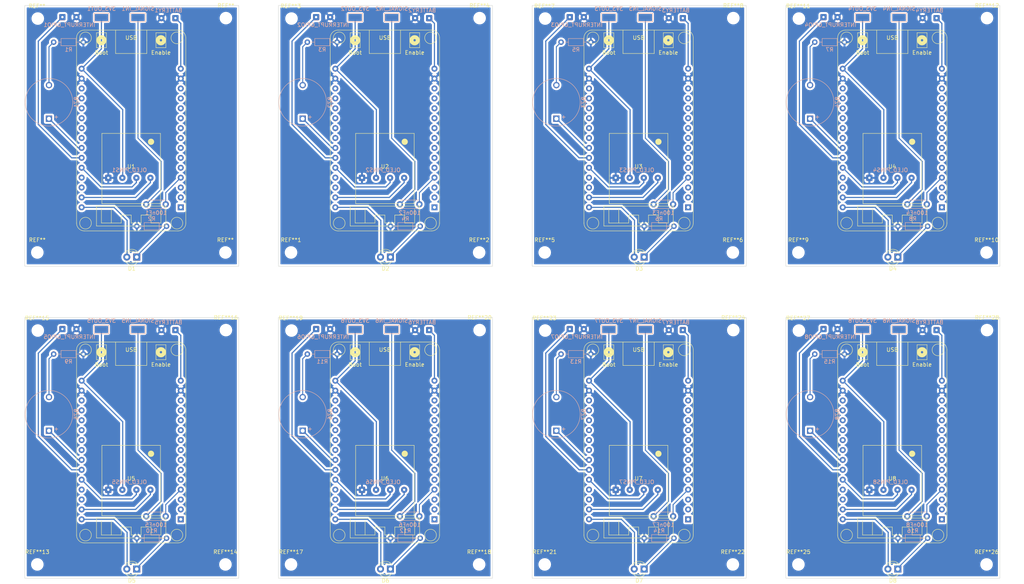
<source format=kicad_pcb>
(kicad_pcb (version 20211014) (generator pcbnew)
  (layers (0 "F.Cu" signal) (31 "B.Cu" signal) (34 "B.Paste" user) (35 "F.Paste" user) (36 "B.SilkS" user "B.Silkscreen") (37 "F.SilkS" user "F.Silkscreen") (38 "B.Mask" user) (39 "F.Mask" user) (44 "Edge.Cuts" user))
  (net 0 "")
  (net 1 "Net-(3V3_OUT1-Pad1)")
  (net 2 "Net-(BZ1-Pad2)")
  (net 3 "Net-(BZ1-Pad1)")
  (net 10 "Net-(100nF1-Pad1)")
  (net 17 "GND")
  (net 23 "Net-(D1-Pad1)")
  (net 24 "Net-(D1-Pad2)")
  (net 26 "Net-(INTERRUPT_GPIO1-Pad1)")
  (net 27 "Net-(OLED_PINS1-Pad3)")
  (net 28 "Net-(OLED_PINS1-Pad4)")
  (net 30 "Net-(BATTERY1-Pad1)")
  (net 32 "Net-(100nF1-Pad2)")
  (footprint "MountingHole:MountingHole_2.2mm_M2" (layer "F.Cu") (at 27.144449 159.467795)
    (fp_text reference "REF**13")
    (fp_text value "MountingHole_2.2mm_M2")
  )
  (footprint "MountingHole:MountingHole_2.2mm_M2" (layer "F.Cu") (at 270.463158 99.376571)
    (fp_text reference "REF**28")
    (fp_text value "MountingHole_2.2mm_M2")
  )
  (footprint "LED_THT:LED_D3.0mm_Clear" (layer "F.Cu") (at 117.615984 160.646062 180)
    (fp_text reference "D6")
    (fp_text value "EMITTER")
  )
  (footprint "MountingHole:MountingHole_2.2mm_M2" (layer "F.Cu") (at 222.065098 19.502161)
    (fp_text reference "REF**11")
    (fp_text value "MountingHole_2.2mm_M2")
  )
  (footprint "MountingHole:MountingHole_2.2mm_M2" (layer "F.Cu") (at 270.344643 79.467795)
    (fp_text reference "REF**10")
    (fp_text value "MountingHole_2.2mm_M2")
  )
  (footprint "MountingHole:MountingHole_2.2mm_M2" (layer "F.Cu") (at 140.344643 159.467795)
    (fp_text reference "REF**18")
    (fp_text value "MountingHole_2.2mm_M2")
  )
  (footprint "MountingHole:MountingHole_2.2mm_M2" (layer "F.Cu") (at 92.065098 99.502161)
    (fp_text reference "REF**19")
    (fp_text value "MountingHole_2.2mm_M2")
  )
  (footprint "MountingHole:MountingHole_2.2mm_M2" (layer "F.Cu") (at 140.463158 19.376571)
    (fp_text reference "REF**4")
    (fp_text value "MountingHole_2.2mm_M2")
  )
  (footprint "LED_THT:LED_D3.0mm_Clear" (layer "F.Cu") (at 182.615984 160.646062 180)
    (fp_text reference "D7")
    (fp_text value "EMITTER")
  )
  (footprint "LED_THT:LED_D3.0mm_Clear" (layer "F.Cu") (at 52.615984 160.646062 180)
    (fp_text reference "D5")
    (fp_text value "EMITTER")
  )
  (footprint "MountingHole:MountingHole_2.2mm_M2" (layer "F.Cu") (at 75.463158 99.376571)
    (fp_text reference "REF**16")
    (fp_text value "MountingHole_2.2mm_M2")
  )
  (footprint "MountingHole:MountingHole_2.2mm_M2" (layer "F.Cu") (at 92.144449 79.467795)
    (fp_text reference "REF**1")
    (fp_text value "MountingHole_2.2mm_M2")
  )
  (footprint "MountingHole:MountingHole_2.2mm_M2" (layer "F.Cu") (at 157.065098 99.502161)
    (fp_text reference "REF**23")
    (fp_text value "MountingHole_2.2mm_M2")
  )
  (footprint "MountingHole:MountingHole_2.2mm_M2" (layer "F.Cu") (at 27.144449 79.467795)
    (fp_text reference "REF**")
    (fp_text value "MountingHole_2.2mm_M2")
  )
  (footprint "MountingHole:MountingHole_2.2mm_M2" (layer "F.Cu") (at 222.065098 99.502161)
    (fp_text reference "REF**27")
    (fp_text value "MountingHole_2.2mm_M2")
  )
  (footprint "MountingHole:MountingHole_2.2mm_M2" (layer "F.Cu") (at 75.344643 79.467795)
    (fp_text reference "REF**")
    (fp_text value "MountingHole_2.2mm_M2")
  )
  (footprint "MountingHole:MountingHole_2.2mm_M2" (layer "F.Cu") (at 205.344643 159.467795)
    (fp_text reference "REF**22")
    (fp_text value "MountingHole_2.2mm_M2")
  )
  (footprint "esp32_devkit_v1_doit:esp32_devkit_v1_doit" (layer "F.Cu") (at 181.195535 67.902216 180)
    (fp_text reference "U3")
    (fp_text value "ESP32_DevKit_V1_DOIT")
  )
  (footprint "MountingHole:MountingHole_2.2mm_M2" (layer "F.Cu") (at 157.065098 19.502161)
    (fp_text reference "REF**7")
    (fp_text value "MountingHole_2.2mm_M2")
  )
  (footprint "MountingHole:MountingHole_2.2mm_M2" (layer "F.Cu") (at 75.344643 159.467795)
    (fp_text reference "REF**14")
    (fp_text value "MountingHole_2.2mm_M2")
  )
  (footprint "MountingHole:MountingHole_2.2mm_M2" (layer "F.Cu") (at 222.144449 159.467795)
    (fp_text reference "REF**25")
    (fp_text value "MountingHole_2.2mm_M2")
  )
  (footprint "esp32_devkit_v1_doit:esp32_devkit_v1_doit" (layer "F.Cu") (at 116.195535 147.902216 180)
    (fp_text reference "U6")
    (fp_text value "ESP32_DevKit_V1_DOIT")
  )
  (footprint "esp32_devkit_v1_doit:esp32_devkit_v1_doit" (layer "F.Cu") (at 181.195535 147.902216 180)
    (fp_text reference "U7")
    (fp_text value "ESP32_DevKit_V1_DOIT")
  )
  (footprint "MountingHole:MountingHole_2.2mm_M2" (layer "F.Cu") (at 27.065098 19.502161)
    (fp_text reference "REF**")
    (fp_text value "MountingHole_2.2mm_M2")
  )
  (footprint "MountingHole:MountingHole_2.2mm_M2" (layer "F.Cu") (at 75.463158 19.376571)
    (fp_text reference "REF**")
    (fp_text value "MountingHole_2.2mm_M2")
  )
  (footprint "MountingHole:MountingHole_2.2mm_M2" (layer "F.Cu") (at 205.344643 79.467795)
    (fp_text reference "REF**6")
    (fp_text value "MountingHole_2.2mm_M2")
  )
  (footprint "MountingHole:MountingHole_2.2mm_M2" (layer "F.Cu") (at 205.463158 19.376571)
    (fp_text reference "REF**8")
    (fp_text value "MountingHole_2.2mm_M2")
  )
  (footprint "esp32_devkit_v1_doit:esp32_devkit_v1_doit" (layer "F.Cu") (at 246.195535 147.902216 180)
    (fp_text reference "U8")
    (fp_text value "ESP32_DevKit_V1_DOIT")
  )
  (footprint "MountingHole:MountingHole_2.2mm_M2" (layer "F.Cu") (at 92.065098 19.502161)
    (fp_text reference "REF**3")
    (fp_text value "MountingHole_2.2mm_M2")
  )
  (footprint "esp32_devkit_v1_doit:esp32_devkit_v1_doit" (layer "F.Cu") (at 51.195535 67.902216 180)
    (fp_text reference "U1")
    (fp_text value "ESP32_DevKit_V1_DOIT")
  )
  (footprint "MountingHole:MountingHole_2.2mm_M2" (layer "F.Cu") (at 140.463158 99.376571)
    (fp_text reference "REF**20")
    (fp_text value "MountingHole_2.2mm_M2")
  )
  (footprint "LED_THT:LED_D3.0mm_Clear" (layer "F.Cu") (at 52.615984 80.646062 180)
    (fp_text reference "D1")
    (fp_text value "EMITTER")
  )
  (footprint "MountingHole:MountingHole_2.2mm_M2" (layer "F.Cu") (at 92.144449 159.467795)
    (fp_text reference "REF**17")
    (fp_text value "MountingHole_2.2mm_M2")
  )
  (footprint "MountingHole:MountingHole_2.2mm_M2" (layer "F.Cu") (at 205.463158 99.376571)
    (fp_text reference "REF**24")
    (fp_text value "MountingHole_2.2mm_M2")
  )
  (footprint "MountingHole:MountingHole_2.2mm_M2" (layer "F.Cu") (at 157.144449 159.467795)
    (fp_text reference "REF**21")
    (fp_text value "MountingHole_2.2mm_M2")
  )
  (footprint "MountingHole:MountingHole_2.2mm_M2" (layer "F.Cu") (at 222.144449 79.467795)
    (fp_text reference "REF**9")
    (fp_text value "MountingHole_2.2mm_M2")
  )
  (footprint "MountingHole:MountingHole_2.2mm_M2" (layer "F.Cu") (at 157.144449 79.467795)
    (fp_text reference "REF**5")
    (fp_text value "MountingHole_2.2mm_M2")
  )
  (footprint "LED_THT:LED_D3.0mm_Clear" (layer "F.Cu") (at 117.615984 80.646062 180)
    (fp_text reference "D2")
    (fp_text value "EMITTER")
  )
  (footprint "MountingHole:MountingHole_2.2mm_M2" (layer "F.Cu") (at 27.065098 99.502161)
    (fp_text reference "REF**15")
    (fp_text value "MountingHole_2.2mm_M2")
  )
  (footprint "esp32_devkit_v1_doit:esp32_devkit_v1_doit" (layer "F.Cu") (at 51.195535 147.902216 180)
    (fp_text reference "U5")
    (fp_text value "ESP32_DevKit_V1_DOIT")
  )
  (footprint "LED_THT:LED_D3.0mm_Clear" (layer "F.Cu") (at 247.615984 160.646062 180)
    (fp_text reference "D8")
    (fp_text value "EMITTER")
  )
  (footprint "MountingHole:MountingHole_2.2mm_M2" (layer "F.Cu") (at 270.344643 159.467795)
    (fp_text reference "REF**26")
    (fp_text value "MountingHole_2.2mm_M2")
  )
  (footprint "LED_THT:LED_D3.0mm_Clear" (layer "F.Cu") (at 247.615984 80.646062 180)
    (fp_text reference "D4")
    (fp_text value "EMITTER")
  )
  (footprint "LED_THT:LED_D3.0mm_Clear" (layer "F.Cu") (at 182.615984 80.646062 180)
    (fp_text reference "D3")
    (fp_text value "EMITTER")
  )
  (footprint "esp32_devkit_v1_doit:esp32_devkit_v1_doit" (layer "F.Cu") (at 116.195535 67.902216 180)
    (fp_text reference "U2")
    (fp_text value "ESP32_DevKit_V1_DOIT")
  )
  (footprint "esp32_devkit_v1_doit:esp32_devkit_v1_doit" (layer "F.Cu") (at 246.195535 67.902216 180)
    (fp_text reference "U4")
    (fp_text value "ESP32_DevKit_V1_DOIT")
  )
  (footprint "MountingHole:MountingHole_2.2mm_M2" (layer "F.Cu") (at 140.344643 79.467795)
    (fp_text reference "REF**2")
    (fp_text value "MountingHole_2.2mm_M2")
  )
  (footprint "MountingHole:MountingHole_2.2mm_M2" (layer "F.Cu") (at 270.463158 19.376571)
    (fp_text reference "REF**12")
    (fp_text value "MountingHole_2.2mm_M2")
  )
  (footprint "Connector_Wire:SolderWire-0.1sqmm_1x02_P3.6mm_D0.4mm_OD1mm" (layer "B.Cu") (at 62.533367 19.374856 180)
    (fp_text reference "BATTERY1")
    (fp_text value "Battery_Cell")
  )
  (footprint "Connector_Wire:SolderWire-0.1sqmm_1x02_P3.6mm_D0.4mm_OD1mm" (layer "B.Cu") (at 257.533367 99.374856 180)
    (fp_text reference "BATTERY8")
    (fp_text value "Battery_Cell")
  )
  (footprint "Connector_Wire:SolderWire-0.1sqmm_1x04_P3.6mm_D0.4mm_OD1mm" (layer "B.Cu") (at 120.487428 140.333933 180)
    (fp_text reference "OLED_PINS6")
    (fp_text value "Conn_01x04_Female")
  )
  (footprint "Buzzer_Beeper:MagneticBuzzer_ProSignal_ABI-009-RC" (layer "B.Cu") (at 30.132608 124.747283 90)
    (fp_text reference "BZ5")
    (fp_text value "Buzzer")
  )
  (footprint "Resistor_THT:R_Axial_DIN0204_L3.6mm_D1.6mm_P7.62mm_Horizontal" (layer "B.Cu") (at 60.252463 72.743141 180)
    (fp_text reference "R2")
    (fp_text value "120")
  )
  (footprint "Connector_Wire:SolderWire-0.1sqmm_1x04_P3.6mm_D0.4mm_OD1mm" (layer "B.Cu") (at 120.487428 60.333933 180)
    (fp_text reference "OLED_PINS2")
    (fp_text value "Conn_01x04_Female")
  )
  (footprint "Resistor_THT:R_Axial_DIN0204_L3.6mm_D1.6mm_P7.62mm_Horizontal" (layer "B.Cu") (at 226.330462 25.534221)
    (fp_text reference "R7")
    (fp_text value "120")
  )
  (footprint "TestPoint:TestPoint_Keystone_5015_Micro-Minature" (layer "B.Cu") (at 43.575535 19.216122 180)
    (fp_text reference "3V3_OUT1")
    (fp_text value "TestPoint")
  )
  (footprint "Connector_Wire:SolderWire-0.1sqmm_1x04_P3.6mm_D0.4mm_OD1mm" (layer "B.Cu") (at 250.487428 140.333933 180)
    (fp_text reference "OLED_PINS8")
    (fp_text value "Conn_01x04_Female")
  )
  (footprint "TestPoint:TestPoint_Keystone_5015_Micro-Minature" (layer "B.Cu") (at 108.575535 99.216122 180)
    (fp_text reference "3V3_OUT6")
    (fp_text value "TestPoint")
  )
  (footprint "Connector_Wire:SolderWire-0.1sqmm_1x02_P3.6mm_D0.4mm_OD1mm" (layer "B.Cu") (at 127.533367 19.374856 180)
    (fp_text reference "BATTERY2")
    (fp_text value "Battery_Cell")
  )
  (footprint "Resistor_THT:R_Axial_DIN0204_L3.6mm_D1.6mm_P7.62mm_Horizontal" (layer "B.Cu") (at 31.330462 105.534221)
    (fp_text reference "R9")
    (fp_text value "120")
  )
  (footprint "TestPoint:TestPoint_Keystone_5015_Micro-Minature" (layer "B.Cu") (at 117.932687 99.216122 180)
    (fp_text reference "SIGNAL_IN6")
    (fp_text value "TestPoint")
  )
  (footprint "Connector_Wire:SolderWire-0.1sqmm_1x04_P3.6mm_D0.4mm_OD1mm" (layer "B.Cu") (at 55.487428 140.333933 180)
    (fp_text reference "OLED_PINS5")
    (fp_text value "Conn_01x04_Female")
  )
  (footprint "Buzzer_Beeper:MagneticBuzzer_ProSignal_ABI-009-RC" (layer "B.Cu") (at 160.132608 124.747283 90)
    (fp_text reference "BZ7")
    (fp_text value "Buzzer")
  )
  (footprint "Connector_Wire:SolderWire-0.1sqmm_1x02_P3.6mm_D0.4mm_OD1mm" (layer "B.Cu") (at 62.533367 99.374856 180)
    (fp_text reference "BATTERY5")
    (fp_text value "Battery_Cell")
  )
  (footprint "Resistor_THT:R_Axial_DIN0204_L3.6mm_D1.6mm_P7.62mm_Horizontal" (layer "B.Cu") (at 190.252463 72.743141 180)
    (fp_text reference "R6")
    (fp_text value "120")
  )
  (footprint "Connector_Wire:SolderWire-0.1sqmm_1x02_P3.6mm_D0.4mm_OD1mm" (layer "B.Cu") (at 192.533367 19.374856 180)
    (fp_text reference "BATTERY3")
    (fp_text value "Battery_Cell")
  )
  (footprint "Connector_Wire:SolderWire-0.1sqmm_1x02_P3.6mm_D0.4mm_OD1mm" (layer "B.Cu") (at 257.533367 19.374856 180)
    (fp_text reference "BATTERY4")
    (fp_text value "Battery_Cell")
  )
  (footprint "Capacitor_THT:C_Disc_D4.3mm_W1.9mm_P5.00mm" (layer "B.Cu") (at 55.041023 147.109779)
    (fp_text reference "100nF5")
    (fp_text value "CAP")
  )
  (footprint "Connector_Wire:SolderWire-0.1sqmm_1x04_P3.6mm_D0.4mm_OD1mm" (layer "B.Cu") (at 250.487428 60.333933 180)
    (fp_text reference "OLED_PINS4")
    (fp_text value "Conn_01x04_Female")
  )
  (footprint "Capacitor_THT:C_Disc_D4.3mm_W1.9mm_P5.00mm" (layer "B.Cu") (at 120.041023 67.109779)
    (fp_text reference "100nF2")
    (fp_text value "CAP")
  )
  (footprint "Resistor_THT:R_Axial_DIN0204_L3.6mm_D1.6mm_P7.62mm_Horizontal" (layer "B.Cu") (at 161.330462 105.534221)
    (fp_text reference "R13")
    (fp_text value "120")
  )
  (footprint "TestPoint:TestPoint_Keystone_5015_Micro-Minature" (layer "B.Cu") (at 182.932687 99.216122 180)
    (fp_text reference "SIGNAL_IN7")
    (fp_text value "TestPoint")
  )
  (footprint "Connector_Wire:SolderWire-0.1sqmm_1x02_P3.6mm_D0.4mm_OD1mm" (layer "B.Cu") (at 163.567209 19.117089)
    (fp_text reference "INTERRUPT_GPIO3")
    (fp_text value "SW_Push")
  )
  (footprint "TestPoint:TestPoint_Keystone_5015_Micro-Minature" (layer "B.Cu") (at 182.932687 19.216122 180)
    (fp_text reference "SIGNAL_IN3")
    (fp_text value "TestPoint")
  )
  (footprint "Connector_Wire:SolderWire-0.1sqmm_1x02_P3.6mm_D0.4mm_OD1mm" (layer "B.Cu") (at 192.533367 99.374856 180)
    (fp_text reference "BATTERY7")
    (fp_text value "Battery_Cell")
  )
  (footprint "TestPoint:TestPoint_Keystone_5015_Micro-Minature" (layer "B.Cu") (at 43.575535 99.216122 180)
    (fp_text reference "3V3_OUT5")
    (fp_text value "TestPoint")
  )
  (footprint "Connector_Wire:SolderWire-0.1sqmm_1x04_P3.6mm_D0.4mm_OD1mm" (layer "B.Cu") (at 55.487428 60.333933 180)
    (fp_text reference "OLED_PINS1")
    (fp_text value "Conn_01x04_Female")
  )
  (footprint "Capacitor_THT:C_Disc_D4.3mm_W1.9mm_P5.00mm" (layer "B.Cu") (at 185.041023 67.109779)
    (fp_text reference "100nF3")
    (fp_text value "CAP")
  )
  (footprint "TestPoint:TestPoint_Keystone_5015_Micro-Minature" (layer "B.Cu") (at 247.932687 19.216122 180)
    (fp_text reference "SIGNAL_IN4")
    (fp_text value "TestPoint")
  )
  (footprint "TestPoint:TestPoint_Keystone_5015_Micro-Minature" (layer "B.Cu") (at 108.575535 19.216122 180)
    (fp_text reference "3V3_OUT2")
    (fp_text value "TestPoint")
  )
  (footprint "Connector_Wire:SolderWire-0.1sqmm_1x02_P3.6mm_D0.4mm_OD1mm" (layer "B.Cu") (at 33.567209 19.117089)
    (fp_text reference "INTERRUPT_GPIO1")
    (fp_text value "SW_Push")
  )
  (footprint "Resistor_THT:R_Axial_DIN0204_L3.6mm_D1.6mm_P7.62mm_Horizontal" (layer "B.Cu") (at 161.330462 25.534221)
    (fp_text reference "R5")
    (fp_text value "120")
  )
  (footprint "Capacitor_THT:C_Disc_D4.3mm_W1.9mm_P5.00mm" (layer "B.Cu") (at 185.041023 147.109779)
    (fp_text reference "100nF7")
    (fp_text value "CAP")
  )
  (footprint "Resistor_THT:R_Axial_DIN0204_L3.6mm_D1.6mm_P7.62mm_Horizontal" (layer "B.Cu") (at 125.252463 152.743141 180)
    (fp_text reference "R12")
    (fp_text value "120")
  )
  (footprint "Resistor_THT:R_Axial_DIN0204_L3.6mm_D1.6mm_P7.62mm_Horizontal" (layer "B.Cu") (at 96.330462 25.534221)
    (fp_text reference "R3")
    (fp_text value "120")
  )
  (footprint "Resistor_THT:R_Axial_DIN0204_L3.6mm_D1.6mm_P7.62mm_Horizontal" (layer "B.Cu") (at 190.252463 152.743141 180)
    (fp_text reference "R14")
    (fp_text value "120")
  )
  (footprint "Resistor_THT:R_Axial_DIN0204_L3.6mm_D1.6mm_P7.62mm_Horizontal" (layer "B.Cu") (at 60.252463 152.743141 180)
    (fp_text reference "R10")
    (fp_text value "120")
  )
  (footprint "Capacitor_THT:C_Disc_D4.3mm_W1.9mm_P5.00mm" (layer "B.Cu") (at 250.041023 147.109779)
    (fp_text reference "100nF8")
    (fp_text value "CAP")
  )
  (footprint "Resistor_THT:R_Axial_DIN0204_L3.6mm_D1.6mm_P7.62mm_Horizontal" (layer "B.Cu") (at 31.330462 25.534221)
    (fp_text reference "R1")
    (fp_text value "120")
  )
  (footprint "TestPoint:TestPoint_Keystone_5015_Micro-Minature" (layer "B.Cu") (at 238.575535 99.216122 180)
    (fp_text reference "3V3_OUT8")
    (fp_text value "TestPoint")
  )
  (footprint "Capacitor_THT:C_Disc_D4.3mm_W1.9mm_P5.00mm" (layer "B.Cu") (at 250.041023 67.109779)
    (fp_text reference "100nF4")
    (fp_text value "CAP")
  )
  (footprint "TestPoint:TestPoint_Keystone_5015_Micro-Minature" (layer "B.Cu") (at 52.932687 19.216122 180)
    (fp_text reference "SIGNAL_IN1")
    (fp_text value "TestPoint")
  )
  (footprint "Resistor_THT:R_Axial_DIN0204_L3.6mm_D1.6mm_P7.62mm_Horizontal" (layer "B.Cu") (at 255.252463 152.743141 180)
    (fp_text reference "R16")
    (fp_text value "120")
  )
  (footprint "Connector_Wire:SolderWire-0.1sqmm_1x04_P3.6mm_D0.4mm_OD1mm" (layer "B.Cu") (at 185.487428 140.333933 180)
    (fp_text reference "OLED_PINS7")
    (fp_text value "Conn_01x04_Female")
  )
  (footprint "TestPoint:TestPoint_Keystone_5015_Micro-Minature" (layer "B.Cu") (at 173.575535 99.216122 180)
    (fp_text reference "3V3_OUT7")
    (fp_text value "TestPoint")
  )
  (footprint "Buzzer_Beeper:MagneticBuzzer_ProSignal_ABI-009-RC" (layer "B.Cu") (at 160.132608 44.747283 90)
    (fp_text reference "BZ3")
    (fp_text value "Buzzer")
  )
  (footprint "Buzzer_Beeper:MagneticBuzzer_ProSignal_ABI-009-RC" (layer "B.Cu") (at 95.132608 44.747283 90)
    (fp_text reference "BZ2")
    (fp_text value "Buzzer")
  )
  (footprint "Buzzer_Beeper:MagneticBuzzer_ProSignal_ABI-009-RC" (layer "B.Cu") (at 225.132608 44.747283 90)
    (fp_text reference "BZ4")
    (fp_text value "Buzzer")
  )
  (footprint "Connector_Wire:SolderWire-0.1sqmm_1x02_P3.6mm_D0.4mm_OD1mm" (layer "B.Cu") (at 33.567209 99.117089)
    (fp_text reference "INTERRUPT_GPIO5")
    (fp_text value "SW_Push")
  )
  (footprint "Resistor_THT:R_Axial_DIN0204_L3.6mm_D1.6mm_P7.62mm_Horizontal" (layer "B.Cu") (at 255.252463 72.743141 180)
    (fp_text reference "R8")
    (fp_text value "120")
  )
  (footprint "Buzzer_Beeper:MagneticBuzzer_ProSignal_ABI-009-RC" (layer "B.Cu") (at 225.132608 124.747283 90)
    (fp_text reference "BZ8")
    (fp_text value "Buzzer")
  )
  (footprint "Capacitor_THT:C_Disc_D4.3mm_W1.9mm_P5.00mm" (layer "B.Cu") (at 55.041023 67.109779)
    (fp_text reference "100nF1")
    (fp_text value "CAP")
  )
  (footprint "Connector_Wire:SolderWire-0.1sqmm_1x02_P3.6mm_D0.4mm_OD1mm" (layer "B.Cu") (at 98.567209 99.117089)
    (fp_text reference "INTERRUPT_GPIO6")
    (fp_text value "SW_Push")
  )
  (footprint "Connector_Wire:SolderWire-0.1sqmm_1x02_P3.6mm_D0.4mm_OD1mm" (layer "B.Cu") (at 127.533367 99.374856 180)
    (fp_text reference "BATTERY6")
    (fp_text value "Battery_Cell")
  )
  (footprint "Connector_Wire:SolderWire-0.1sqmm_1x04_P3.6mm_D0.4mm_OD1mm" (layer "B.Cu") (at 185.487428 60.333933 180)
    (fp_text reference "OLED_PINS3")
    (fp_text value "Conn_01x04_Female")
  )
  (footprint "TestPoint:TestPoint_Keystone_5015_Micro-Minature" (layer "B.Cu") (at 247.932687 99.216122 180)
    (fp_text reference "SIGNAL_IN8")
    (fp_text value "TestPoint")
  )
  (footprint "Resistor_THT:R_Axial_DIN0204_L3.6mm_D1.6mm_P7.62mm_Horizontal" (layer "B.Cu") (at 96.330462 105.534221)
    (fp_text reference "R11")
    (fp_text value "120")
  )
  (footprint "Capacitor_THT:C_Disc_D4.3mm_W1.9mm_P5.00mm" (layer "B.Cu") (at 120.041023 147.109779)
    (fp_text reference "100nF6")
    (fp_text value "CAP")
  )
  (footprint "Connector_Wire:SolderWire-0.1sqmm_1x02_P3.6mm_D0.4mm_OD1mm" (layer "B.Cu") (at 228.567209 99.117089)
    (fp_text reference "INTERRUPT_GPIO8")
    (fp_text value "SW_Push")
  )
  (footprint "Resistor_THT:R_Axial_DIN0204_L3.6mm_D1.6mm_P7.62mm_Horizontal" (layer "B.Cu") (at 125.252463 72.743141 180)
    (fp_text reference "R4")
    (fp_text value "120")
  )
  (footprint "TestPoint:TestPoint_Keystone_5015_Micro-Minature" (layer "B.Cu") (at 52.932687 99.216122 180)
    (fp_text reference "SIGNAL_IN5")
    (fp_text value "TestPoint")
  )
  (footprint "Buzzer_Beeper:MagneticBuzzer_ProSignal_ABI-009-RC" (layer "B.Cu") (at 95.132608 124.747283 90)
    (fp_text reference "BZ6")
    (fp_text value "Buzzer")
  )
  (footprint "TestPoint:TestPoint_Keystone_5015_Micro-Minature" (layer "B.Cu") (at 173.575535 19.216122 180)
    (fp_text reference "3V3_OUT3")
    (fp_text value "TestPoint")
  )
  (footprint "Connector_Wire:SolderWire-0.1sqmm_1x02_P3.6mm_D0.4mm_OD1mm" (layer "B.Cu") (at 98.567209 19.117089)
    (fp_text reference "INTERRUPT_GPIO2")
    (fp_text value "SW_Push")
  )
  (footprint "Resistor_THT:R_Axial_DIN0204_L3.6mm_D1.6mm_P7.62mm_Horizontal" (layer "B.Cu") (at 226.330462 105.534221)
    (fp_text reference "R15")
    (fp_text value "120")
  )
  (footprint "Connector_Wire:SolderWire-0.1sqmm_1x02_P3.6mm_D0.4mm_OD1mm" (layer "B.Cu") (at 163.567209 99.117089)
    (fp_text reference "INTERRUPT_GPIO7")
    (fp_text value "SW_Push")
  )
  (footprint "TestPoint:TestPoint_Keystone_5015_Micro-Minature" (layer "B.Cu") (at 117.932687 19.216122 180)
    (fp_text reference "SIGNAL_IN2")
    (fp_text value "TestPoint")
  )
  (footprint "TestPoint:TestPoint_Keystone_5015_Micro-Minature" (layer "B.Cu") (at 238.575535 19.216122 180)
    (fp_text reference "3V3_OUT4")
    (fp_text value "TestPoint")
  )
  (footprint "Buzzer_Beeper:MagneticBuzzer_ProSignal_ABI-009-RC" (layer "B.Cu") (at 30.132608 44.747283 90)
    (fp_text reference "BZ1")
    (fp_text value "Buzzer")
  )
  (footprint "Connector_Wire:SolderWire-0.1sqmm_1x02_P3.6mm_D0.4mm_OD1mm" (layer "B.Cu") (at 228.567209 19.117089)
    (fp_text reference "INTERRUPT_GPIO4")
    (fp_text value "SW_Push")
  )
  (gr_rect (start 218.926439 96.141979) (end 273.762441 163.010922) (layer "Edge.Cuts") (width 0.1) (fill none))
  (gr_rect (start 88.926439 16.141979) (end 143.762441 83.010922) (layer "Edge.Cuts") (width 0.1) (fill none))
  (gr_rect (start 23.926439 16.141979) (end 78.762441 83.010922) (layer "Edge.Cuts") (width 0.1) (fill none))
  (gr_rect (start 88.926439 96.141979) (end 143.762441 163.010922) (layer "Edge.Cuts") (width 0.1) (fill none))
  (gr_rect (start 153.926439 16.141979) (end 208.762441 83.010922) (layer "Edge.Cuts") (width 0.1) (fill none))
  (gr_rect (start 218.926439 16.141979) (end 273.762441 83.010922) (layer "Edge.Cuts") (width 0.1) (fill none))
  (gr_rect (start 23.926439 96.141979) (end 78.762441 163.010922) (layer "Edge.Cuts") (width 0.1) (fill none))
  (gr_rect (start 153.926439 96.141979) (end 208.762441 163.010922) (layer "Edge.Cuts") (width 0.1) (fill none))
  (segment (start 238.575535 99.216122) (end 238.575535 107.262216) (width 0.3) (layer "B.Cu") (net 1))
  (segment (start 49.018409 122.86509) (end 38.495535 112.342216) (width 0.3) (layer "B.Cu") (net 1))
  (segment (start 43.575535 27.262216) (end 38.495535 32.342216) (width 0.3) (layer "B.Cu") (net 1))
  (segment (start 178.927428 140.333933) (end 179.018409 140.242952) (width 0.3) (layer "B.Cu") (net 1))
  (segment (start 108.575535 107.262216) (end 103.495535 112.342216) (width 0.3) (layer "B.Cu") (net 1))
  (segment (start 49.018409 42.86509) (end 38.495535 32.342216) (width 0.3) (layer "B.Cu") (net 1))
  (segment (start 244.018409 42.86509) (end 233.495535 32.342216) (width 0.3) (layer "B.Cu") (net 1))
  (segment (start 108.575535 99.216122) (end 108.575535 107.262216) (width 0.3) (layer "B.Cu") (net 1))
  (segment (start 173.575535 99.216122) (end 173.575535 107.262216) (width 0.3) (layer "B.Cu") (net 1))
  (segment (start 238.575535 19.216122) (end 238.575535 27.262216) (width 0.3) (layer "B.Cu") (net 1))
  (segment (start 49.018409 140.242952) (end 49.018409 122.86509) (width 0.3) (layer "B.Cu") (net 1))
  (segment (start 179.018409 122.86509) (end 168.495535 112.342216) (width 0.3) (layer "B.Cu") (net 1))
  (segment (start 114.018409 60.242952) (end 114.018409 42.86509) (width 0.3) (layer "B.Cu") (net 1))
  (segment (start 108.575535 19.216122) (end 108.575535 27.262216) (width 0.3) (layer "B.Cu") (net 1))
  (segment (start 243.927428 60.333933) (end 244.018409 60.242952) (width 0.3) (layer "B.Cu") (net 1))
  (segment (start 43.575535 19.216122) (end 43.575535 27.262216) (width 0.3) (layer "B.Cu") (net 1))
  (segment (start 48.927428 140.333933) (end 49.018409 140.242952) (width 0.3) (layer "B.Cu") (net 1))
  (segment (start 43.575535 107.262216) (end 38.495535 112.342216) (width 0.3) (layer "B.Cu") (net 1))
  (segment (start 179.018409 42.86509) (end 168.495535 32.342216) (width 0.3) (layer "B.Cu") (net 1))
  (segment (start 113.927428 60.333933) (end 114.018409 60.242952) (width 0.3) (layer "B.Cu") (net 1))
  (segment (start 244.018409 60.242952) (end 244.018409 42.86509) (width 0.3) (layer "B.Cu") (net 1))
  (segment (start 243.927428 140.333933) (end 244.018409 140.242952) (width 0.3) (layer "B.Cu") (net 1))
  (segment (start 43.575535 99.216122) (end 43.575535 107.262216) (width 0.3) (layer "B.Cu") (net 1))
  (segment (start 114.018409 140.242952) (end 114.018409 122.86509) (width 0.3) (layer "B.Cu") (net 1))
  (segment (start 114.018409 42.86509) (end 103.495535 32.342216) (width 0.3) (layer "B.Cu") (net 1))
  (segment (start 113.927428 140.333933) (end 114.018409 140.242952) (width 0.3) (layer "B.Cu") (net 1))
  (segment (start 49.018409 60.242952) (end 49.018409 42.86509) (width 0.3) (layer "B.Cu") (net 1))
  (segment (start 238.575535 107.262216) (end 233.495535 112.342216) (width 0.3) (layer "B.Cu") (net 1))
  (segment (start 48.927428 60.333933) (end 49.018409 60.242952) (width 0.3) (layer "B.Cu") (net 1))
  (segment (start 179.018409 60.242952) (end 179.018409 42.86509) (width 0.3) (layer "B.Cu") (net 1))
  (segment (start 173.575535 107.262216) (end 168.495535 112.342216) (width 0.3) (layer "B.Cu") (net 1))
  (segment (start 179.018409 140.242952) (end 179.018409 122.86509) (width 0.3) (layer "B.Cu") (net 1))
  (segment (start 244.018409 140.242952) (end 244.018409 122.86509) (width 0.3) (layer "B.Cu") (net 1))
  (segment (start 173.575535 27.262216) (end 168.495535 32.342216) (width 0.3) (layer "B.Cu") (net 1))
  (segment (start 108.575535 27.262216) (end 103.495535 32.342216) (width 0.3) (layer "B.Cu") (net 1))
  (segment (start 244.018409 122.86509) (end 233.495535 112.342216) (width 0.3) (layer "B.Cu") (net 1))
  (segment (start 114.018409 122.86509) (end 103.495535 112.342216) (width 0.3) (layer "B.Cu") (net 1))
  (segment (start 238.575535 27.262216) (end 233.495535 32.342216) (width 0.3) (layer "B.Cu") (net 1))
  (segment (start 173.575535 19.216122) (end 173.575535 27.262216) (width 0.3) (layer "B.Cu") (net 1))
  (segment (start 178.927428 60.333933) (end 179.018409 60.242952) (width 0.3) (layer "B.Cu") (net 1))
  (segment (start 225.132608 36.557965) (end 225.132608 26.732075) (width 0.25) (layer "B.Cu") (net 2))
  (segment (start 30.132608 36.557965) (end 30.132608 26.732075) (width 0.25) (layer "B.Cu") (net 2))
  (segment (start 225.132608 116.557965) (end 225.132608 106.732075) (width 0.25) (layer "B.Cu") (net 2))
  (segment (start 160.132608 106.732075) (end 161.330462 105.534221) (width 0.25) (layer "B.Cu") (net 2))
  (segment (start 30.132608 26.732075) (end 31.330462 25.534221) (width 0.25) (layer "B.Cu") (net 2))
  (segment (start 160.132608 26.732075) (end 161.330462 25.534221) (width 0.25) (layer "B.Cu") (net 2))
  (segment (start 30.132608 106.732075) (end 31.330462 105.534221) (width 0.25) (layer "B.Cu") (net 2))
  (segment (start 30.132608 116.557965) (end 30.132608 106.732075) (width 0.25) (layer "B.Cu") (net 2))
  (segment (start 160.132608 116.557965) (end 160.132608 106.732075) (width 0.25) (layer "B.Cu") (net 2))
  (segment (start 95.132608 26.732075) (end 96.330462 25.534221) (width 0.25) (layer "B.Cu") (net 2))
  (segment (start 95.132608 116.557965) (end 95.132608 106.732075) (width 0.25) (layer "B.Cu") (net 2))
  (segment (start 225.132608 106.732075) (end 226.330462 105.534221) (width 0.25) (layer "B.Cu") (net 2))
  (segment (start 95.132608 36.557965) (end 95.132608 26.732075) (width 0.25) (layer "B.Cu") (net 2))
  (segment (start 225.132608 26.732075) (end 226.330462 25.534221) (width 0.25) (layer "B.Cu") (net 2))
  (segment (start 95.132608 106.732075) (end 96.330462 105.534221) (width 0.25) (layer "B.Cu") (net 2))
  (segment (start 160.132608 36.557965) (end 160.132608 26.732075) (width 0.25) (layer "B.Cu") (net 2))
  (segment (start 225.132608 125.17248) (end 225.172178 125.17248) (width 0.3) (layer "B.Cu") (net 3))
  (segment (start 30.132608 125.17248) (end 30.172178 125.17248) (width 0.3) (layer "B.Cu") (net 3))
  (segment (start 167.661914 52.662216) (end 168.495535 52.662216) (width 0.3) (layer "B.Cu") (net 3))
  (segment (start 232.661914 52.662216) (end 233.495535 52.662216) (width 0.3) (layer "B.Cu") (net 3))
  (segment (start 30.172178 125.17248) (end 37.661914 132.662216) (width 0.3) (layer "B.Cu") (net 3))
  (segment (start 232.661914 132.662216) (end 233.495535 132.662216) (width 0.3) (layer "B.Cu") (net 3))
  (segment (start 160.172178 125.17248) (end 167.661914 132.662216) (width 0.3) (layer "B.Cu") (net 3))
  (segment (start 95.172178 45.17248) (end 102.661914 52.662216) (width 0.3) (layer "B.Cu") (net 3))
  (segment (start 160.132608 125.17248) (end 160.172178 125.17248) (width 0.3) (layer "B.Cu") (net 3))
  (segment (start 95.132608 125.17248) (end 95.172178 125.17248) (width 0.3) (layer "B.Cu") (net 3))
  (segment (start 102.661914 52.662216) (end 103.495535 52.662216) (width 0.3) (layer "B.Cu") (net 3))
  (segment (start 37.661914 132.662216) (end 38.495535 132.662216) (width 0.3) (layer "B.Cu") (net 3))
  (segment (start 160.132608 45.17248) (end 160.172178 45.17248) (width 0.3) (layer "B.Cu") (net 3))
  (segment (start 30.172178 45.17248) (end 37.661914 52.662216) (width 0.3) (layer "B.Cu") (net 3))
  (segment (start 225.172178 45.17248) (end 232.661914 52.662216) (width 0.3) (layer "B.Cu") (net 3))
  (segment (start 160.172178 45.17248) (end 167.661914 52.662216) (width 0.3) (layer "B.Cu") (net 3))
  (segment (start 95.172178 125.17248) (end 102.661914 132.662216) (width 0.3) (layer "B.Cu") (net 3))
  (segment (start 225.132608 45.17248) (end 225.172178 45.17248) (width 0.3) (layer "B.Cu") (net 3))
  (segment (start 102.661914 132.662216) (end 103.495535 132.662216) (width 0.3) (layer "B.Cu") (net 3))
  (segment (start 30.132608 45.17248) (end 30.172178 45.17248) (width 0.3) (layer "B.Cu") (net 3))
  (segment (start 167.661914 132.662216) (end 168.495535 132.662216) (width 0.3) (layer "B.Cu") (net 3))
  (segment (start 225.172178 125.17248) (end 232.661914 132.662216) (width 0.3) (layer "B.Cu") (net 3))
  (segment (start 95.132608 45.17248) (end 95.172178 45.17248) (width 0.3) (layer "B.Cu") (net 3))
  (segment (start 37.661914 52.662216) (end 38.495535 52.662216) (width 0.3) (layer "B.Cu") (net 3))
  (segment (start 188.870155 143.280647) (end 188.870155 136.103892) (width 0.25) (layer "B.Cu") (net 10))
  (segment (start 55.041023 67.109779) (end 58.870155 63.280647) (width 0.25) (layer "B.Cu") (net 10))
  (segment (start 58.870155 63.280647) (end 58.870155 56.103892) (width 0.25) (layer "B.Cu") (net 10))
  (segment (start 188.870155 136.103892) (end 182.932687 130.166424) (width 0.25) (layer "B.Cu") (net 10))
  (segment (start 52.932687 99.216122) (end 52.713973 99.434836) (width 0.3) (layer "B.Cu") (net 10))
  (segment (start 250.041023 67.109779) (end 253.870155 63.280647) (width 0.25) (layer "B.Cu") (net 10))
  (segment (start 123.870155 63.280647) (end 123.870155 56.103892) (width 0.25) (layer "B.Cu") (net 10))
  (segment (start 123.870155 143.280647) (end 123.870155 136.103892) (width 0.25) (layer "B.Cu") (net 10))
  (segment (start 55.041023 147.109779) (end 58.870155 143.280647) (width 0.25) (layer "B.Cu") (net 10))
  (segment (start 185.041023 147.109779) (end 188.870155 143.280647) (width 0.25) (layer "B.Cu") (net 10))
  (segment (start 188.870155 56.103892) (end 182.932687 50.166424) (width 0.25) (layer "B.Cu") (net 10))
  (segment (start 247.932687 130.166424) (end 247.932687 99.216122) (width 0.25) (layer "B.Cu") (net 10))
  (segment (start 117.932687 50.166424) (end 117.932687 19.216122) (width 0.25) (layer "B.Cu") (net 10))
  (segment (start 182.932687 50.166424) (end 182.932687 19.216122) (width 0.25) (layer "B.Cu") (net 10))
  (segment (start 58.870155 136.103892) (end 52.932687 130.166424) (width 0.25) (layer "B.Cu") (net 10))
  (segment (start 117.932687 99.216122) (end 117.713973 99.434836) (width 0.3) (layer "B.Cu") (net 10))
  (segment (start 52.932687 130.166424) (end 52.932687 99.216122) (width 0.25) (layer "B.Cu") (net 10))
  (segment (start 253.870155 56.103892) (end 247.932687 50.166424) (width 0.25) (layer "B.Cu") (net 10))
  (segment (start 117.932687 19.216122) (end 117.713973 19.434836) (width 0.3) (layer "B.Cu") (net 10))
  (segment (start 52.932687 19.216122) (end 52.713973 19.434836) (width 0.3) (layer "B.Cu") (net 10))
  (segment (start 253.870155 136.103892) (end 247.932687 130.166424) (width 0.25) (layer "B.Cu") (net 10))
  (segment (start 253.870155 63.280647) (end 253.870155 56.103892) (width 0.25) (layer "B.Cu") (net 10))
  (segment (start 253.870155 143.280647) (end 253.870155 136.103892) (width 0.25) (layer "B.Cu") (net 10))
  (segment (start 120.041023 67.109779) (end 123.870155 63.280647) (width 0.25) (layer "B.Cu") (net 10))
  (segment (start 247.932687 99.216122) (end 247.713973 99.434836) (width 0.3) (layer "B.Cu") (net 10))
  (segment (start 120.041023 147.109779) (end 123.870155 143.280647) (width 0.25) (layer "B.Cu") (net 10))
  (segment (start 247.932687 50.166424) (end 247.932687 19.216122) (width 0.25) (layer "B.Cu") (net 10))
  (segment (start 250.041023 147.109779) (end 253.870155 143.280647) (width 0.25) (layer "B.Cu") (net 10))
  (segment (start 185.041023 67.109779) (end 188.870155 63.280647) (width 0.25) (layer "B.Cu") (net 10))
  (segment (start 182.932687 99.216122) (end 182.713973 99.434836) (width 0.3) (layer "B.Cu") (net 10))
  (segment (start 123.870155 136.103892) (end 117.932687 130.166424) (width 0.25) (layer "B.Cu") (net 10))
  (segment (start 123.870155 56.103892) (end 117.932687 50.166424) (width 0.25) (layer "B.Cu") (net 10))
  (segment (start 182.932687 19.216122) (end 182.713973 19.434836) (width 0.3) (layer "B.Cu") (net 10))
  (segment (start 58.870155 56.103892) (end 52.932687 50.166424) (width 0.25) (layer "B.Cu") (net 10))
  (segment (start 247.932687 19.216122) (end 247.713973 19.434836) (width 0.3) (layer "B.Cu") (net 10))
  (segment (start 52.932687 50.166424) (end 52.932687 19.216122) (width 0.25) (layer "B.Cu") (net 10))
  (segment (start 117.932687 130.166424) (end 117.932687 99.216122) (width 0.25) (layer "B.Cu") (net 10))
  (segment (start 188.870155 63.280647) (end 188.870155 56.103892) (width 0.25) (layer "B.Cu") (net 10))
  (segment (start 182.932687 130.166424) (end 182.932687 99.216122) (width 0.25) (layer "B.Cu") (net 10))
  (segment (start 58.870155 143.280647) (end 58.870155 136.103892) (width 0.25) (layer "B.Cu") (net 10))
  (segment (start 110.389664 140.271697) (end 110.327428 140.333933) (width 0.3) (layer "B.Cu") (net 17))
  (segment (start 175.389664 140.271697) (end 175.327428 140.333933) (width 0.3) (layer "B.Cu") (net 17))
  (segment (start 45.389664 60.271697) (end 45.327428 60.333933) (width 0.3) (layer "B.Cu") (net 17))
  (segment (start 240.389664 60.271697) (end 240.327428 60.333933) (width 0.3) (layer "B.Cu") (net 17))
  (segment (start 175.389664 60.271697) (end 175.327428 60.333933) (width 0.3) (layer "B.Cu") (net 17))
  (segment (start 240.389664 140.271697) (end 240.327428 140.333933) (width 0.3) (layer "B.Cu") (net 17))
  (segment (start 45.389664 140.271697) (end 45.327428 140.333933) (width 0.3) (layer "B.Cu") (net 17))
  (segment (start 110.389664 60.271697) (end 110.327428 60.333933) (width 0.3) (layer "B.Cu") (net 17))
  (segment (start 247.615984 80.646062) (end 247.615984 80.37962) (width 0.25) (layer "B.Cu") (net 23))
  (segment (start 117.615984 80.646062) (end 117.615984 80.37962) (width 0.25) (layer "B.Cu") (net 23))
  (segment (start 182.615984 160.37962) (end 190.252463 152.743141) (width 0.25) (layer "B.Cu") (net 23))
  (segment (start 52.615984 160.646062) (end 52.615984 160.37962) (width 0.25) (layer "B.Cu") (net 23))
  (segment (start 182.615984 80.37962) (end 190.252463 72.743141) (width 0.25) (layer "B.Cu") (net 23))
  (segment (start 182.615984 160.646062) (end 182.615984 160.37962) (width 0.25) (layer "B.Cu") (net 23))
  (segment (start 117.615984 80.37962) (end 125.252463 72.743141) (width 0.25) (layer "B.Cu") (net 23))
  (segment (start 52.615984 160.37962) (end 60.252463 152.743141) (width 0.25) (layer "B.Cu") (net 23))
  (segment (start 117.615984 160.37962) (end 125.252463 152.743141) (width 0.25) (layer "B.Cu") (net 23))
  (segment (start 247.615984 160.646062) (end 247.615984 160.37962) (width 0.25) (layer "B.Cu") (net 23))
  (segment (start 52.615984 80.646062) (end 52.615984 80.37962) (width 0.25) (layer "B.Cu") (net 23))
  (segment (start 182.615984 80.646062) (end 182.615984 80.37962) (width 0.25) (layer "B.Cu") (net 23))
  (segment (start 247.615984 160.37962) (end 255.252463 152.743141) (width 0.25) (layer "B.Cu") (net 23))
  (segment (start 52.615984 80.37962) (end 60.252463 72.743141) (width 0.25) (layer "B.Cu") (net 23))
  (segment (start 247.615984 80.37962) (end 255.252463 72.743141) (width 0.25) (layer "B.Cu") (net 23))
  (segment (start 117.615984 160.646062) (end 117.615984 160.37962) (width 0.25) (layer "B.Cu") (net 23))
  (segment (start 180.150896 71.249798) (end 180.150896 80.57115) (width 0.3) (layer "B.Cu") (net 24))
  (segment (start 245.150896 80.57115) (end 245.075984 80.646062) (width 0.3) (layer "B.Cu") (net 24))
  (segment (start 245.150896 151.249798) (end 245.150896 160.57115) (width 0.3) (layer "B.Cu") (net 24))
  (segment (start 180.150896 160.57115) (end 180.075984 160.646062) (width 0.3) (layer "B.Cu") (net 24))
  (segment (start 180.150896 151.249798) (end 180.150896 160.57115) (width 0.3) (layer "B.Cu") (net 24))
  (segment (start 233.495535 67.902216) (end 241.803314 67.902216) (width 0.3) (layer "B.Cu") (net 24))
  (segment (start 180.150896 80.57115) (end 180.075984 80.646062) (width 0.3) (layer "B.Cu") (net 24))
  (segment (start 50.150896 80.57115) (end 50.075984 80.646062) (width 0.3) (layer "B.Cu") (net 24))
  (segment (start 115.150896 151.249798) (end 115.150896 160.57115) (width 0.3) (layer "B.Cu") (net 24))
  (segment (start 115.150896 160.57115) (end 115.075984 160.646062) (width 0.3) (layer "B.Cu") (net 24))
  (segment (start 115.150896 80.57115) (end 115.075984 80.646062) (width 0.3) (layer "B.Cu") (net 24))
  (segment (start 50.150896 71.249798) (end 50.150896 80.57115) (width 0.3) (layer "B.Cu") (net 24))
  (segment (start 103.495535 67.902216) (end 111.803314 67.902216) (width 0.3) (layer "B.Cu") (net 24))
  (segment (start 176.803314 67.902216) (end 180.150896 71.249798) (width 0.3) (layer "B.Cu") (net 24))
  (segment (start 38.495535 147.902216) (end 46.803314 147.902216) (width 0.3) (layer "B.Cu") (net 24))
  (segment (start 38.495535 67.902216) (end 46.803314 67.902216) (width 0.3) (layer "B.Cu") (net 24))
  (segment (start 46.803314 147.902216) (end 50.150896 151.249798) (width 0.3) (layer "B.Cu") (net 24))
  (segment (start 103.495535 147.902216) (end 111.803314 147.902216) (width 0.3) (layer "B.Cu") (net 24))
  (segment (start 176.803314 147.902216) (end 180.150896 151.249798) (width 0.3) (layer "B.Cu") (net 24))
  (segment (start 233.495535 147.902216) (end 241.803314 147.902216) (width 0.3) (layer "B.Cu") (net 24))
  (segment (start 241.803314 147.902216) (end 245.150896 151.249798) (width 0.3) (layer "B.Cu") (net 24))
  (segment (start 50.150896 151.249798) (end 50.150896 160.57115) (width 0.3) (layer "B.Cu") (net 24))
  (segment (start 46.803314 67.902216) (end 50.150896 71.249798) (width 0.3) (layer "B.Cu") (net 24))
  (segment (start 168.495535 147.902216) (end 176.803314 147.902216) (width 0.3) (layer "B.Cu") (net 24))
  (segment (start 168.495535 67.902216) (end 176.803314 67.902216) (width 0.3) (layer "B.Cu") (net 24))
  (segment (start 111.803314 67.902216) (end 115.150896 71.249798) (width 0.3) (layer "B.Cu") (net 24))
  (segment (start 115.150896 71.249798) (end 115.150896 80.57115) (width 0.3) (layer "B.Cu") (net 24))
  (segment (start 50.150896 160.57115) (end 50.075984 160.646062) (width 0.3) (layer "B.Cu") (net 24))
  (segment (start 245.150896 71.249798) (end 245.150896 80.57115) (width 0.3) (layer "B.Cu") (net 24))
  (segment (start 245.150896 160.57115) (end 245.075984 160.646062) (width 0.3) (layer "B.Cu") (net 24))
  (segment (start 111.803314 147.902216) (end 115.150896 151.249798) (width 0.3) (layer "B.Cu") (net 24))
  (segment (start 241.803314 67.902216) (end 245.150896 71.249798) (width 0.3) (layer "B.Cu") (net 24))
  (segment (start 92.40611 126.652791) (end 92.40611 105.278188) (width 0.3) (layer "B.Cu") (net 26))
  (segment (start 92.40611 25.278188) (end 98.567209 19.117089) (width 0.3) (layer "B.Cu") (net 26))
  (segment (start 222.40611 126.652791) (end 222.40611 105.278188) (width 0.3) (layer "B.Cu") (net 26))
  (segment (start 27.40611 126.652791) (end 27.40611 105.278188) (width 0.3) (layer "B.Cu") (net 26))
  (segment (start 92.40611 105.278188) (end 98.567209 99.117089) (width 0.3) (layer "B.Cu") (net 26))
  (segment (start 27.40611 105.278188) (end 33.567209 99.117089) (width 0.3) (layer "B.Cu") (net 26))
  (segment (start 35.955535 135.202216) (end 27.40611 126.652791) (width 0.3) (layer "B.Cu") (net 26))
  (segment (start 168.495535 135.202216) (end 165.955535 135.202216) (width 0.3) (layer "B.Cu") (net 26))
  (segment (start 27.40611 25.278188) (end 33.567209 19.117089) (width 0.3) (layer "B.Cu") (net 26))
  (segment (start 157.40611 105.278188) (end 163.567209 99.117089) (width 0.3) (layer "B.Cu") (net 26))
  (segment (start 165.955535 135.202216) (end 157.40611 126.652791) (width 0.3) (layer "B.Cu") (net 26))
  (segment (start 27.40611 46.652791) (end 27.40611 25.278188) (width 0.3) (layer "B.Cu") (net 26))
  (segment (start 157.40611 46.652791) (end 157.40611 25.278188) (width 0.3) (layer "B.Cu") (net 26))
  (segment (start 100.955535 55.202216) (end 92.40611 46.652791) (width 0.3) (layer "B.Cu") (net 26))
  (segment (start 35.955535 55.202216) (end 27.40611 46.652791) (width 0.3) (layer "B.Cu") (net 26))
  (segment (start 103.495535 55.202216) (end 100.955535 55.202216) (width 0.3) (layer "B.Cu") (net 26))
  (segment (start 157.40611 126.652791) (end 157.40611 105.278188) (width 0.3) (layer "B.Cu") (net 26))
  (segment (start 38.495535 55.202216) (end 35.955535 55.202216) (width 0.3) (layer "B.Cu") (net 26))
  (segment (start 38.495535 135.202216) (end 35.955535 135.202216) (width 0.3) (layer "B.Cu") (net 26))
  (segment (start 233.495535 55.202216) (end 230.955535 55.202216) (width 0.3) (layer "B.Cu") (net 26))
  (segment (start 103.495535 135.202216) (end 100.955535 135.202216) (width 0.3) (layer "B.Cu") (net 26))
  (segment (start 230.955535 55.202216) (end 222.40611 46.652791) (width 0.3) (layer "B.Cu") (net 26))
  (segment (start 222.40611 25.278188) (end 228.567209 19.117089) (width 0.3) (layer "B.Cu") (net 26))
  (segment (start 230.955535 135.202216) (end 222.40611 126.652791) (width 0.3) (layer "B.Cu") (net 26))
  (segment (start 100.955535 135.202216) (end 92.40611 126.652791) (width 0.3) (layer "B.Cu") (net 26))
  (segment (start 168.495535 55.202216) (end 165.955535 55.202216) (width 0.3) (layer "B.Cu") (net 26))
  (segment (start 92.40611 46.652791) (end 92.40611 25.278188) (width 0.3) (layer "B.Cu") (net 26))
  (segment (start 222.40611 105.278188) (end 228.567209 99.117089) (width 0.3) (layer "B.Cu") (net 26))
  (segment (start 157.40611 25.278188) (end 163.567209 19.117089) (width 0.3) (layer "B.Cu") (net 26))
  (segment (start 222.40611 46.652791) (end 222.40611 25.278188) (width 0.3) (layer "B.Cu") (net 26))
  (segment (start 165.955535 55.202216) (end 157.40611 46.652791) (width 0.3) (layer "B.Cu") (net 26))
  (segment (start 233.495535 135.202216) (end 230.955535 135.202216) (width 0.3) (layer "B.Cu") (net 26))
  (segment (start 117.527428 141.54965) (end 116.41038 142.666698) (width 0.3) (layer "B.Cu") (net 27))
  (segment (start 182.527428 140.333933) (end 182.527428 141.54965) (width 0.3) (layer "B.Cu") (net 27))
  (segment (start 173.420017 62.666698) (end 168.495535 57.742216) (width 0.3) (layer "B.Cu") (net 27))
  (segment (start 51.41038 62.666698) (end 43.420017 62.666698) (width 0.3) (layer "B.Cu") (net 27))
  (segment (start 117.527428 140.333933) (end 117.527428 141.54965) (width 0.3) (layer "B.Cu") (net 27))
  (segment (start 116.41038 142.666698) (end 108.420017 142.666698) (width 0.3) (layer "B.Cu") (net 27))
  (segment (start 182.527428 141.54965) (end 181.41038 142.666698) (width 0.3) (layer "B.Cu") (net 27))
  (segment (start 238.420017 62.666698) (end 233.495535 57.742216) (width 0.3) (layer "B.Cu") (net 27))
  (segment (start 247.527428 60.333933) (end 247.527428 61.54965) (width 0.3) (layer "B.Cu") (net 27))
  (segment (start 246.41038 62.666698) (end 238.420017 62.666698) (width 0.3) (layer "B.Cu") (net 27))
  (segment (start 246.41038 142.666698) (end 238.420017 142.666698) (width 0.3) (layer "B.Cu") (net 27))
  (segment (start 51.41038 142.666698) (end 43.420017 142.666698) (width 0.3) (layer "B.Cu") (net 27))
  (segment (start 52.527428 140.333933) (end 52.527428 141.54965) (width 0.3) (layer "B.Cu") (net 27))
  (segment (start 238.420017 142.666698) (end 233.495535 137.742216) (width 0.3) (layer "B.Cu") (net 27))
  (segment (start 181.41038 142.666698) (end 173.420017 142.666698) (width 0.3) (layer "B.Cu") (net 27))
  (segment (start 52.527428 141.54965) (end 51.41038 142.666698) (width 0.3) (layer "B.Cu") (net 27))
  (segment (start 43.420017 142.666698) (end 38.495535 137.742216) (width 0.3) (layer "B.Cu") (net 27))
  (segment (start 117.527428 61.54965) (end 116.41038 62.666698) (width 0.3) (layer "B.Cu") (net 27))
  (segment (start 108.420017 142.666698) (end 103.495535 137.742216) (width 0.3) (layer "B.Cu") (net 27))
  (segment (start 108.420017 62.666698) (end 103.495535 57.742216) (width 0.3) (layer "B.Cu") (net 27))
  (segment (start 117.527428 60.333933) (end 117.527428 61.54965) (width 0.3) (layer "B.Cu") (net 27))
  (segment (start 247.527428 140.333933) (end 247.527428 141.54965) (width 0.3) (layer "B.Cu") (net 27))
  (segment (start 116.41038 62.666698) (end 108.420017 62.666698) (width 0.3) (layer "B.Cu") (net 27))
  (segment (start 247.527428 141.54965) (end 246.41038 142.666698) (width 0.3) (layer "B.Cu") (net 27))
  (segment (start 247.527428 61.54965) (end 246.41038 62.666698) (width 0.3) (layer "B.Cu") (net 27))
  (segment (start 182.527428 61.54965) (end 181.41038 62.666698) (width 0.3) (layer "B.Cu") (net 27))
  (segment (start 182.527428 60.333933) (end 182.527428 61.54965) (width 0.3) (layer "B.Cu") (net 27))
  (segment (start 52.527428 60.333933) (end 52.527428 61.54965) (width 0.3) (layer "B.Cu") (net 27))
  (segment (start 181.41038 62.666698) (end 173.420017 62.666698) (width 0.3) (layer "B.Cu") (net 27))
  (segment (start 52.527428 61.54965) (end 51.41038 62.666698) (width 0.3) (layer "B.Cu") (net 27))
  (segment (start 43.420017 62.666698) (end 38.495535 57.742216) (width 0.3) (layer "B.Cu") (net 27))
  (segment (start 173.420017 142.666698) (end 168.495535 137.742216) (width 0.3) (layer "B.Cu") (net 27))
  (segment (start 182.314862 65.362216) (end 168.495535 65.362216) (width 0.3) (layer "B.Cu") (net 28))
  (segment (start 186.127428 61.54965) (end 182.314862 65.362216) (width 0.3) (layer "B.Cu") (net 28))
  (segment (start 182.314862 145.362216) (end 168.495535 145.362216) (width 0.3) (layer "B.Cu") (net 28))
  (segment (start 186.127428 141.54965) (end 182.314862 145.362216) (width 0.3) (layer "B.Cu") (net 28))
  (segment (start 251.127428 141.54965) (end 247.314862 145.362216) (width 0.3) (layer "B.Cu") (net 28))
  (segment (start 247.314862 145.362216) (end 233.495535 145.362216) (width 0.3) (layer "B.Cu") (net 28))
  (segment (start 56.127428 141.54965) (end 52.314862 145.362216) (width 0.3) (layer "B.Cu") (net 28))
  (segment (start 52.314862 145.362216) (end 38.495535 145.362216) (width 0.3) (layer "B.Cu") (net 28))
  (segment (start 121.127428 141.54965) (end 117.314862 145.362216) (width 0.3) (layer "B.Cu") (net 28))
  (segment (start 251.127428 140.333933) (end 251.127428 141.54965) (width 0.3) (layer "B.Cu") (net 28))
  (segment (start 186.127428 140.333933) (end 186.127428 141.54965) (width 0.3) (layer "B.Cu") (net 28))
  (segment (start 247.314862 65.362216) (end 233.495535 65.362216) (width 0.3) (layer "B.Cu") (net 28))
  (segment (start 56.127428 140.333933) (end 56.127428 141.54965) (width 0.3) (layer "B.Cu") (net 28))
  (segment (start 121.127428 60.333933) (end 121.127428 61.54965) (width 0.3) (layer "B.Cu") (net 28))
  (segment (start 121.127428 61.54965) (end 117.314862 65.362216) (width 0.3) (layer "B.Cu") (net 28))
  (segment (start 251.127428 61.54965) (end 247.314862 65.362216) (width 0.3) (layer "B.Cu") (net 28))
  (segment (start 121.127428 140.333933) (end 121.127428 141.54965) (width 0.3) (layer "B.Cu") (net 28))
  (segment (start 251.127428 60.333933) (end 251.127428 61.54965) (width 0.3) (layer "B.Cu") (net 28))
  (segment (start 186.127428 60.333933) (end 186.127428 61.54965) (width 0.3) (layer "B.Cu") (net 28))
  (segment (start 117.314862 145.362216) (end 103.495535 145.362216) (width 0.3) (layer "B.Cu") (net 28))
  (segment (start 52.314862 65.362216) (end 38.495535 65.362216) (width 0.3) (layer "B.Cu") (net 28))
  (segment (start 56.127428 60.333933) (end 56.127428 61.54965) (width 0.3) (layer "B.Cu") (net 28))
  (segment (start 117.314862 65.362216) (end 103.495535 65.362216) (width 0.3) (layer "B.Cu") (net 28))
  (segment (start 56.127428 61.54965) (end 52.314862 65.362216) (width 0.3) (layer "B.Cu") (net 28))
  (segment (start 63.895535 100.737024) (end 63.895535 112.342216) (width 0.3) (layer "B.Cu") (net 30))
  (segment (start 257.533367 19.374856) (end 258.895535 20.737024) (width 0.3) (layer "B.Cu") (net 30))
  (segment (start 62.533367 99.374856) (end 63.895535 100.737024) (width 0.3) (layer "B.Cu") (net 30))
  (segment (start 257.533367 99.374856) (end 258.895535 100.737024) (width 0.3) (layer "B.Cu") (net 30))
  (segment (start 193.895535 100.737024) (end 193.895535 112.342216) (width 0.3) (layer "B.Cu") (net 30))
  (segment (start 258.895535 100.737024) (end 258.895535 112.342216) (width 0.3) (layer "B.Cu") (net 30))
  (segment (start 128.895535 100.737024) (end 128.895535 112.342216) (width 0.3) (layer "B.Cu") (net 30))
  (segment (start 62.533367 19.374856) (end 63.895535 20.737024) (width 0.3) (layer "B.Cu") (net 30))
  (segment (start 127.533367 19.374856) (end 128.895535 20.737024) (width 0.3) (layer "B.Cu") (net 30))
  (segment (start 192.533367 19.374856) (end 193.895535 20.737024) (width 0.3) (layer "B.Cu") (net 30))
  (segment (start 63.895535 20.737024) (end 63.895535 32.342216) (width 0.3) (layer "B.Cu") (net 30))
  (segment (start 128.895535 20.737024) (end 128.895535 32.342216) (width 0.3) (layer "B.Cu") (net 30))
  (segment (start 192.533367 99.374856) (end 193.895535 100.737024) (width 0.3) (layer "B.Cu") (net 30))
  (segment (start 258.895535 20.737024) (end 258.895535 32.342216) (width 0.3) (layer "B.Cu") (net 30))
  (segment (start 193.895535 20.737024) (end 193.895535 32.342216) (width 0.3) (layer "B.Cu") (net 30))
  (segment (start 127.533367 99.374856) (end 128.895535 100.737024) (width 0.3) (layer "B.Cu") (net 30))
  (segment (start 125.182249 147.109779) (end 125.041023 147.109779) (width 0.25) (layer "B.Cu") (net 32))
  (segment (start 190.041023 64.136728) (end 193.895535 60.282216) (width 0.25) (layer "B.Cu") (net 32))
  (segment (start 125.273964 67.018064) (end 125.182249 67.109779) (width 0.25) (layer "B.Cu") (net 32))
  (segment (start 190.041023 144.136728) (end 193.895535 140.282216) (width 0.25) (layer "B.Cu") (net 32))
  (segment (start 60.041023 147.109779) (end 60.041023 144.136728) (width 0.25) (layer "B.Cu") (net 32))
  (segment (start 190.041023 67.109779) (end 190.041023 64.136728) (width 0.25) (layer "B.Cu") (net 32))
  (segment (start 190.273964 147.018064) (end 190.182249 147.109779) (width 0.25) (layer "B.Cu") (net 32))
  (segment (start 125.273964 147.018064) (end 125.182249 147.109779) (width 0.25) (layer "B.Cu") (net 32))
  (segment (start 125.041023 147.109779) (end 125.041023 144.136728) (width 0.25) (layer "B.Cu") (net 32))
  (segment (start 190.182249 67.109779) (end 190.041023 67.109779) (width 0.25) (layer "B.Cu") (net 32))
  (segment (start 255.273964 147.018064) (end 255.182249 147.109779) (width 0.25) (layer "B.Cu") (net 32))
  (segment (start 125.182249 67.109779) (end 125.041023 67.109779) (width 0.25) (layer "B.Cu") (net 32))
  (segment (start 190.041023 147.109779) (end 190.041023 144.136728) (width 0.25) (layer "B.Cu") (net 32))
  (segment (start 255.182249 147.109779) (end 255.041023 147.109779) (width 0.25) (layer "B.Cu") (net 32))
  (segment (start 60.041023 64.136728) (end 63.895535 60.282216) (width 0.25) (layer "B.Cu") (net 32))
  (segment (start 255.041023 67.109779) (end 255.041023 64.136728) (width 0.25) (layer "B.Cu") (net 32))
  (segment (start 255.041023 147.109779) (end 255.041023 144.136728) (width 0.25) (layer "B.Cu") (net 32))
  (segment (start 60.041023 67.109779) (end 60.041023 64.136728) (width 0.25) (layer "B.Cu") (net 32))
  (segment (start 60.273964 147.018064) (end 60.182249 147.109779) (width 0.25) (layer "B.Cu") (net 32))
  (segment (start 255.041023 64.136728) (end 258.895535 60.282216) (width 0.25) (layer "B.Cu") (net 32))
  (segment (start 190.273964 67.018064) (end 190.182249 67.109779) (width 0.25) (layer "B.Cu") (net 32))
  (segment (start 60.273964 67.018064) (end 60.182249 67.109779) (width 0.25) (layer "B.Cu") (net 32))
  (segment (start 60.041023 144.136728) (end 63.895535 140.282216) (width 0.25) (layer "B.Cu") (net 32))
  (segment (start 125.041023 144.136728) (end 128.895535 140.282216) (width 0.25) (layer "B.Cu") (net 32))
  (segment (start 255.273964 67.018064) (end 255.182249 67.109779) (width 0.25) (layer "B.Cu") (net 32))
  (segment (start 255.041023 144.136728) (end 258.895535 140.282216) (width 0.25) (layer "B.Cu") (net 32))
  (segment (start 125.041023 64.136728) (end 128.895535 60.282216) (width 0.25) (layer "B.Cu") (net 32))
  (segment (start 60.182249 147.109779) (end 60.041023 147.109779) (width 0.25) (layer "B.Cu") (net 32))
  (segment (start 125.041023 67.109779) (end 125.041023 64.136728) (width 0.25) (layer "B.Cu") (net 32))
  (segment (start 255.182249 67.109779) (end 255.041023 67.109779) (width 0.25) (layer "B.Cu") (net 32))
  (segment (start 60.182249 67.109779) (end 60.041023 67.109779) (width 0.25) (layer "B.Cu") (net 32))
  (segment (start 190.182249 147.109779) (end 190.041023 147.109779) (width 0.25) (layer "B.Cu") (net 32))
  (zone (net 17) (net_name "GND") (layer "B.Cu") (connect_pads (clearance 0.508)) (min_thickness 0.254) (fill yes (thermal_gap 0.508) (thermal_bridge_width 0.508))
    (polygon (pts (xy 78.77187 96.162553) (xy 78.77187 162.992879) (xy 23.975539 162.993917) (xy 23.942566 96.151561)))
  )
  (zone (net 17) (net_name "GND") (layer "B.Cu") (connect_pads (clearance 0.508)) (min_thickness 0.254) (fill yes (thermal_gap 0.508) (thermal_bridge_width 0.508))
    (polygon (pts (xy 143.77187 16.162553) (xy 143.77187 82.992879) (xy 88.975539 82.993917) (xy 88.942566 16.151561)))
  )
  (zone (net 17) (net_name "GND") (layer "B.Cu") (connect_pads (clearance 0.508)) (min_thickness 0.254) (fill yes (thermal_gap 0.508) (thermal_bridge_width 0.508))
    (polygon (pts (xy 273.77187 96.162553) (xy 273.77187 162.992879) (xy 218.975539 162.993917) (xy 218.942566 96.151561)))
  )
  (zone (net 17) (net_name "GND") (layer "B.Cu") (connect_pads (clearance 0.508)) (min_thickness 0.254) (fill yes (thermal_gap 0.508) (thermal_bridge_width 0.508))
    (polygon (pts (xy 208.77187 16.162553) (xy 208.77187 82.992879) (xy 153.975539 82.993917) (xy 153.942566 16.151561)))
  )
  (zone (net 17) (net_name "GND") (layer "B.Cu") (connect_pads (clearance 0.508)) (min_thickness 0.254) (fill yes (thermal_gap 0.508) (thermal_bridge_width 0.508))
    (polygon (pts (xy 143.77187 96.162553) (xy 143.77187 162.992879) (xy 88.975539 162.993917) (xy 88.942566 96.151561)))
  )
  (zone (net 17) (net_name "GND") (layer "B.Cu") (connect_pads (clearance 0.508)) (min_thickness 0.254) (fill yes (thermal_gap 0.508) (thermal_bridge_width 0.508))
    (polygon (pts (xy 78.77187 16.162553) (xy 78.77187 82.992879) (xy 23.975539 82.993917) (xy 23.942566 16.151561)))
  )
  (zone (net 17) (net_name "GND") (layer "B.Cu") (connect_pads (clearance 0.508)) (min_thickness 0.254) (fill yes (thermal_gap 0.508) (thermal_bridge_width 0.508))
    (polygon (pts (xy 208.77187 96.162553) (xy 208.77187 162.992879) (xy 153.975539 162.993917) (xy 153.942566 96.151561)))
  )
  (zone (net 17) (net_name "GND") (layer "B.Cu") (connect_pads (clearance 0.508)) (min_thickness 0.254) (fill yes (thermal_gap 0.508) (thermal_bridge_width 0.508))
    (polygon (pts (xy 273.77187 16.162553) (xy 273.77187 82.992879) (xy 218.975539 82.993917) (xy 218.942566 16.151561)))
  )
)
</source>
